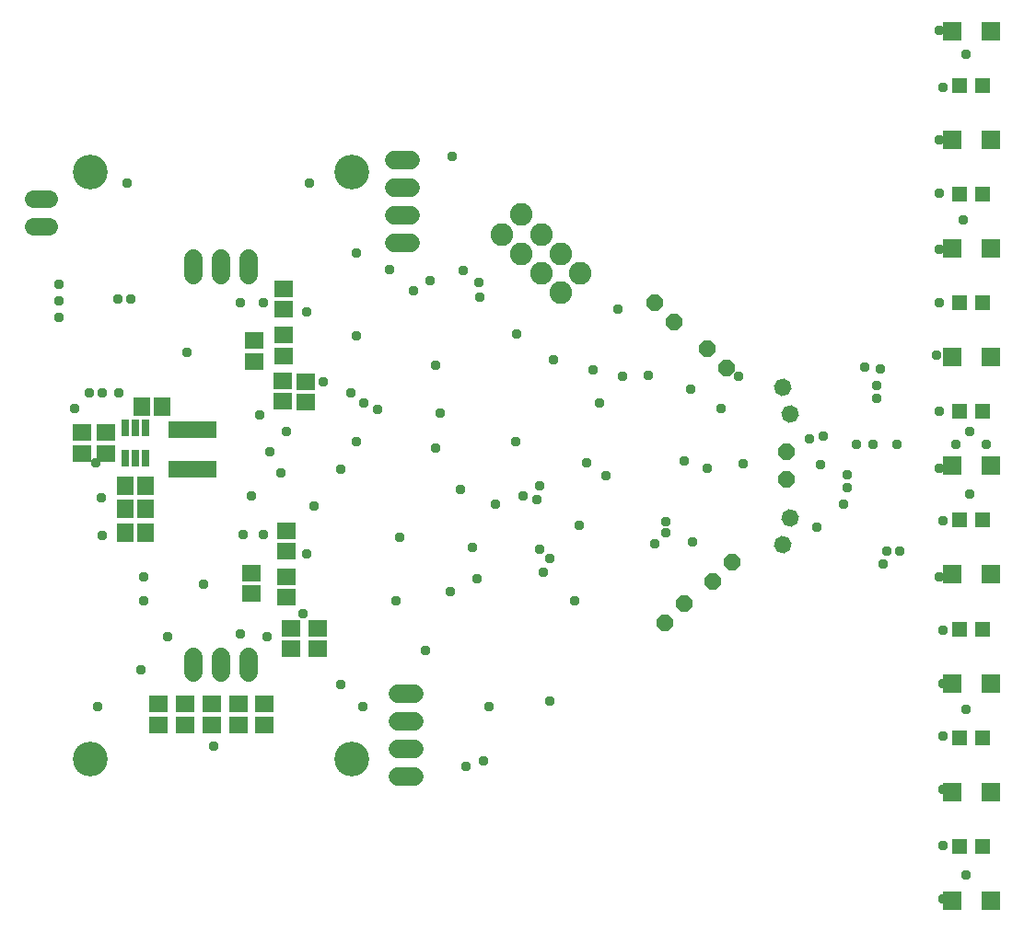
<source format=gbr>
G04 EAGLE Gerber RS-274X export*
G75*
%MOMM*%
%FSLAX34Y34*%
%LPD*%
%INSoldermask Bottom*%
%IPPOS*%
%AMOC8*
5,1,8,0,0,1.08239X$1,22.5*%
G01*
%ADD10P,1.649562X8X157.500000*%
%ADD11P,1.649562X8X247.500000*%
%ADD12P,1.649562X8X337.500000*%
%ADD13P,1.649562X8X67.500000*%
%ADD14C,1.625600*%
%ADD15R,1.803200X1.503200*%
%ADD16R,1.703200X1.503200*%
%ADD17C,1.727200*%
%ADD18R,1.403200X1.403200*%
%ADD19R,1.703200X1.703200*%
%ADD20C,3.203200*%
%ADD21C,1.711200*%
%ADD22P,1.649562X8X277.500000*%
%ADD23P,1.649562X8X127.500000*%
%ADD24P,1.649562X8X112.500000*%
%ADD25C,2.082800*%
%ADD26R,0.753200X1.553200*%
%ADD27R,1.503200X1.703200*%
%ADD28R,4.403200X1.603200*%
%ADD29C,0.959600*%


D10*
X635080Y519670D03*
X617120Y537630D03*
D11*
X640330Y341180D03*
X622370Y323220D03*
D12*
X568570Y580480D03*
X586530Y562520D03*
D13*
X578070Y285170D03*
X596030Y303130D03*
D14*
X11684Y650428D02*
X-2540Y650428D01*
X-2540Y675828D02*
X11684Y675828D01*
D15*
X200848Y526252D03*
X200848Y545252D03*
D16*
X226502Y508168D03*
X226502Y489168D03*
X248346Y507660D03*
X248346Y488660D03*
D15*
X198308Y312384D03*
X198308Y331384D03*
D17*
X329372Y711012D02*
X344612Y711012D01*
X344612Y685612D02*
X329372Y685612D01*
X329372Y660212D02*
X344612Y660212D01*
X344612Y634812D02*
X329372Y634812D01*
D15*
X227264Y593004D03*
X227264Y574004D03*
D16*
X227264Y550332D03*
X227264Y531332D03*
D15*
X230312Y370500D03*
X230312Y351500D03*
D16*
X230312Y327828D03*
X230312Y308828D03*
D18*
X849500Y80000D03*
X870500Y80000D03*
X849500Y180000D03*
X870500Y180000D03*
X849500Y280000D03*
X870500Y280000D03*
X849500Y380000D03*
X870500Y380000D03*
X849500Y480000D03*
X870500Y480000D03*
X849500Y580000D03*
X870500Y580000D03*
X849500Y680000D03*
X870500Y680000D03*
X849500Y780000D03*
X870500Y780000D03*
D19*
X877500Y130000D03*
X842500Y130000D03*
X877500Y230000D03*
X842500Y230000D03*
X877500Y330000D03*
X842500Y330000D03*
X877500Y430000D03*
X842500Y430000D03*
X877500Y530000D03*
X842500Y530000D03*
X877500Y630000D03*
X842500Y630000D03*
X877500Y730000D03*
X842500Y730000D03*
X877500Y830000D03*
X842500Y830000D03*
X877500Y30000D03*
X842500Y30000D03*
D20*
X50000Y700000D03*
X290000Y700000D03*
D21*
X195400Y620540D02*
X195400Y605460D01*
X170000Y605460D02*
X170000Y620540D01*
X144600Y620540D02*
X144600Y605460D01*
D20*
X290000Y160000D03*
X50000Y160000D03*
D21*
X144600Y239460D02*
X144600Y254540D01*
X170000Y254540D02*
X170000Y239460D01*
X195400Y239460D02*
X195400Y254540D01*
D22*
X693287Y382267D03*
X686713Y357733D03*
D23*
X693287Y477733D03*
X686713Y502267D03*
D24*
X690000Y417300D03*
X690000Y442700D03*
D25*
X500421Y607199D03*
X482461Y589239D03*
X482461Y625160D03*
X464500Y607199D03*
X464500Y643121D03*
X446539Y625160D03*
X446539Y661081D03*
X428579Y643121D03*
D16*
X185928Y210668D03*
X185928Y191668D03*
X210312Y210668D03*
X210312Y191668D03*
X112776Y210668D03*
X112776Y191668D03*
X161544Y210668D03*
X161544Y191668D03*
X137160Y210668D03*
X137160Y191668D03*
X259080Y280772D03*
X259080Y261772D03*
X234696Y280772D03*
X234696Y261772D03*
D17*
X332380Y143852D02*
X347620Y143852D01*
X347620Y169252D02*
X332380Y169252D01*
X332380Y194652D02*
X347620Y194652D01*
X347620Y220052D02*
X332380Y220052D01*
D26*
X100940Y437353D03*
X91440Y437353D03*
X81940Y437353D03*
X81940Y464855D03*
X91440Y464855D03*
X100940Y464855D03*
D27*
X97180Y484632D03*
X116180Y484632D03*
D16*
X42672Y460604D03*
X42672Y441604D03*
X64008Y460604D03*
X64008Y441604D03*
D27*
X81940Y411480D03*
X100940Y411480D03*
X81940Y368808D03*
X100940Y368808D03*
X81940Y390144D03*
X100940Y390144D03*
D28*
X143528Y463740D03*
X143528Y426740D03*
D29*
X154112Y321376D03*
X99248Y327472D03*
X74864Y583504D03*
X138872Y534736D03*
X245552Y293944D03*
X263840Y507304D03*
X99248Y306136D03*
X87056Y583504D03*
X754568Y449392D03*
X745424Y409768D03*
X745424Y421960D03*
X723580Y457520D03*
X769808Y449392D03*
X411480Y158496D03*
X472440Y213360D03*
X463335Y353607D03*
X499872Y374904D03*
X524256Y420624D03*
X381000Y313944D03*
X441960Y551688D03*
X505968Y432816D03*
X646176Y512064D03*
X300416Y208600D03*
X416240Y208600D03*
X495488Y306136D03*
X596072Y434152D03*
X330896Y306136D03*
X333944Y364048D03*
X401000Y354904D03*
X422336Y394528D03*
X367472Y446344D03*
X440624Y452440D03*
X230312Y461584D03*
X294320Y549976D03*
X324800Y610936D03*
X367472Y522544D03*
X382712Y714568D03*
X84008Y690184D03*
X251648Y690184D03*
X248600Y571312D03*
X163256Y172024D03*
X56576Y208600D03*
X358328Y260416D03*
X568640Y357952D03*
X721040Y431104D03*
X562544Y513400D03*
X535112Y574360D03*
X294320Y626176D03*
X858200Y403672D03*
X858200Y461584D03*
X855152Y809056D03*
X855152Y53152D03*
X855152Y205552D03*
X852104Y656656D03*
X294320Y452440D03*
X248600Y348808D03*
X407096Y598744D03*
X60960Y365760D03*
X59624Y400624D03*
X35240Y482920D03*
X187640Y275656D03*
X212024Y272608D03*
X96200Y242128D03*
X120584Y272608D03*
X205928Y476824D03*
X21336Y566928D03*
X76200Y496824D03*
X60960Y496824D03*
X48768Y496824D03*
X21336Y582168D03*
X21336Y597408D03*
X54864Y432816D03*
X215072Y443296D03*
X394904Y153736D03*
X617408Y428056D03*
X603184Y359984D03*
X601660Y500700D03*
X629600Y482920D03*
X280416Y426720D03*
X390144Y408432D03*
X280416Y228600D03*
X198120Y402336D03*
X225552Y423170D03*
X256032Y393192D03*
X313944Y481584D03*
X393192Y609600D03*
X301752Y487680D03*
X347472Y591312D03*
X833816Y80584D03*
X778952Y339664D03*
X833816Y181168D03*
X782000Y351856D03*
X833816Y278704D03*
X794192Y351856D03*
X833816Y379288D03*
X717992Y373192D03*
X830768Y479872D03*
X772856Y492064D03*
X830768Y580456D03*
X772856Y504256D03*
X830768Y681040D03*
X775904Y519496D03*
X833816Y778576D03*
X762054Y520544D03*
X578800Y378780D03*
X517840Y488000D03*
X448056Y402336D03*
X405384Y326136D03*
X475488Y527304D03*
X833816Y132400D03*
X833816Y229936D03*
X830768Y327472D03*
X830768Y428056D03*
X827720Y531688D03*
X830768Y629224D03*
X830768Y729808D03*
X830768Y830392D03*
X742376Y394528D03*
X649920Y432120D03*
X466344Y332232D03*
X539496Y512064D03*
X578800Y368620D03*
X512064Y518160D03*
X791144Y449392D03*
X846008Y449392D03*
X873440Y449392D03*
X710880Y454980D03*
X472440Y344424D03*
X463296Y411480D03*
X187640Y580456D03*
X208976Y580456D03*
X190688Y367096D03*
X208976Y367096D03*
X460248Y399288D03*
X833816Y31816D03*
X289560Y496824D03*
X362712Y600456D03*
X371856Y478536D03*
X408432Y585216D03*
M02*

</source>
